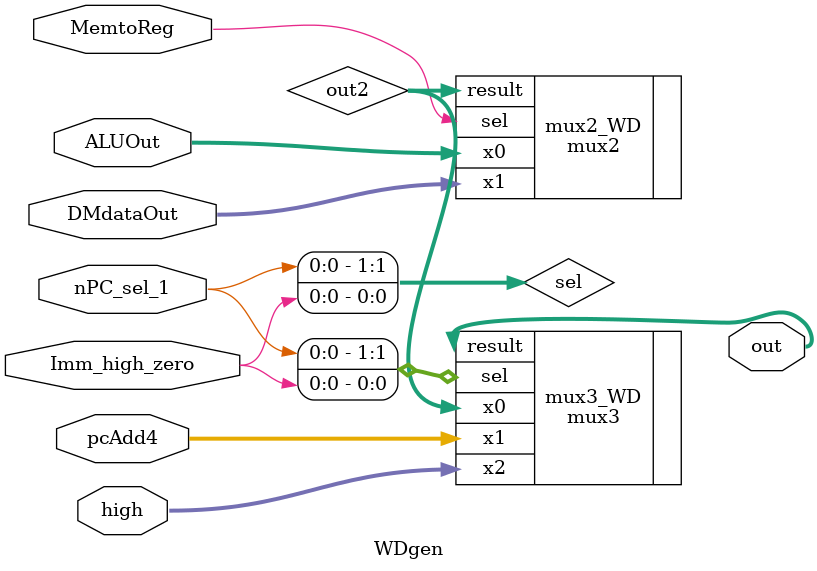
<source format=v>
`timescale 1ns / 1ps
module WDgen(
	input [31:0] ALUOut,
	input [31:0] DMdataOut,
	input [31:0] high,
	input [31:0] pcAdd4,
	input MemtoReg, //ÕâÀïÓÐ´ýÕûºÏ,¿ÉÒÔÔö¼ÓÑ¡Ôñ¶àÎ»ÐÅºÅµÄMUX
	input Imm_high_zero,
	input nPC_sel_1,
	output [31:0] out
    );
	wire [1:0] sel;
	wire [31:0] out2;
	assign sel = {nPC_sel_1, Imm_high_zero};//sew signal
	mux2 mux2_WD(.x0(ALUOut), .x1(DMdataOut), .sel(MemtoReg), .result(out2));
	mux3 mux3_WD(.x0(out2), .x1(pcAdd4), .x2(high), .sel(sel), .result(out));//Ä£¿é»¯ Á¬½ÓÊä³ö
endmodule

</source>
